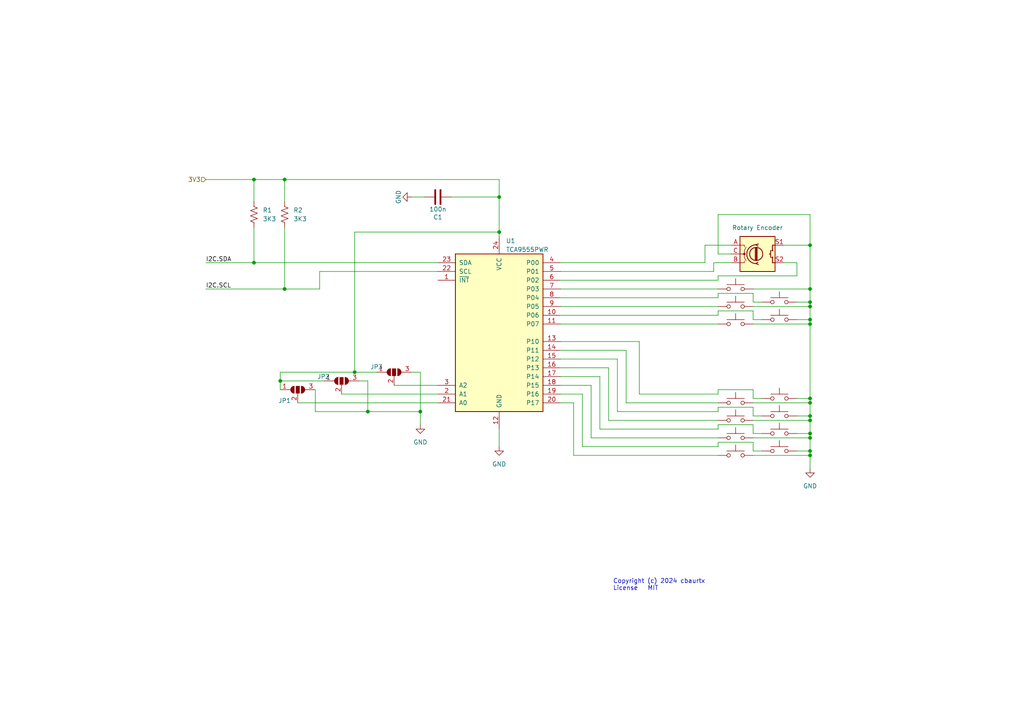
<source format=kicad_sch>
(kicad_sch (version 20230121) (generator eeschema)
  (paper "A4")
  (title_block (title "rot_btn_i2c") (date "2024-05-11") (rev "1.0") (comment 1 "Rotary encoder and key interface for ESP32-S3  using TCA9555 port expander"))
  (lib_symbols
    (symbol "Device:C" (pin_numbers hide) (pin_names (offset 0.254))
      (property "Reference" "C" (at 0.635 2.54 0))
      (property "Value" "C" (at 0.635 -2.54 0))
      (symbol "C_0_1"
        (polyline (pts (xy -2.032 -0.762) (xy 2.032 -0.762)) (stroke (width 0.508)))
        (polyline (pts (xy -2.032 0.762) (xy 2.032 0.762)) (stroke (width 0.508)))
      )
      (symbol "C_1_1"
        (pin passive line (at 0 3.81 270) (length 2.794) (name "~") (number "1"))
        (pin passive line (at 0 -3.81 90) (length 2.794) (name "~") (number "2"))
      )
    )
    (symbol "Device:R_US" (pin_numbers hide) (pin_names (offset 0))
      (property "Reference" "R" (at 2.54 0 90))
      (property "Value" "R_US" (at -2.54 0 90))
      (symbol "R_US_0_1"
        (polyline (pts (xy 0 -2.286) (xy 0 -2.54)))
        (polyline (pts (xy 0 2.286) (xy 0 2.54)))
        (polyline (pts (xy 0 -0.762) (xy 1.016 -1.143) (xy 0 -1.524) (xy -1.016 -1.905) (xy 0 -2.286)))
        (polyline (pts (xy 0 0.762) (xy 1.016 0.381) (xy 0 0) (xy -1.016 -0.381) (xy 0 -0.762)))
        (polyline (pts (xy 0 2.286) (xy 1.016 1.905) (xy 0 1.524) (xy -1.016 1.143) (xy 0 0.762)))
      )
      (symbol "R_US_1_1"
        (pin passive line (at 0 3.81 270) (length 1.27) (name "~") (number "1"))
        (pin passive line (at 0 -3.81 90) (length 1.27) (name "~") (number "2"))
      )
    )
    (symbol "Device:RotaryEncoder_Switch" (pin_names (offset 0.254) hide)
      (property "Reference" "SW" (at 0 6.604 0))
      (property "Value" "RotaryEncoder_Switch" (at 0 -6.604 0))
      (symbol "RotaryEncoder_Switch_0_1"
        (rectangle (start -5.08 5.08) (end 5.08 -5.08) (stroke (width 0.254)) (fill (type background)))
        (circle (center -3.81 0) (radius 0.254) (fill (type outline)))
        (circle (center -0.381 0) (radius 1.905) (stroke (width 0.254)))
        (arc (start -0.381 2.667) (mid -3.0988 -0.0635) (end -0.381 -2.794) (stroke (width 0.254)))
        (polyline (pts (xy -0.635 -1.778) (xy -0.635 1.778)) (stroke (width 0.254)))
        (polyline (pts (xy -0.381 -1.778) (xy -0.381 1.778)) (stroke (width 0.254)))
        (polyline (pts (xy -0.127 1.778) (xy -0.127 -1.778)) (stroke (width 0.254)))
        (polyline (pts (xy 3.81 0) (xy 3.429 0)) (stroke (width 0.254)))
        (polyline (pts (xy 3.81 1.016) (xy 3.81 -1.016)) (stroke (width 0.254)))
        (polyline (pts (xy -5.08 -2.54) (xy -3.81 -2.54) (xy -3.81 -2.032)))
        (polyline (pts (xy -5.08 2.54) (xy -3.81 2.54) (xy -3.81 2.032)))
        (polyline (pts (xy 0.254 -3.048) (xy -0.508 -2.794) (xy 0.127 -2.413)) (stroke (width 0.254)))
        (polyline (pts (xy 0.254 2.921) (xy -0.508 2.667) (xy 0.127 2.286)) (stroke (width 0.254)))
        (polyline (pts (xy 5.08 -2.54) (xy 4.318 -2.54) (xy 4.318 -1.016)) (stroke (width 0.254)))
        (polyline (pts (xy 5.08 2.54) (xy 4.318 2.54) (xy 4.318 1.016)) (stroke (width 0.254)))
        (polyline (pts (xy -5.08 0) (xy -3.81 0) (xy -3.81 -1.016) (xy -3.302 -2.032)))
        (polyline (pts (xy -4.318 0) (xy -3.81 0) (xy -3.81 1.016) (xy -3.302 2.032)))
        (circle (center 4.318 -1.016) (radius 0.127) (stroke (width 0.254)))
        (circle (center 4.318 1.016) (radius 0.127) (stroke (width 0.254)))
      )
      (symbol "RotaryEncoder_Switch_1_1"
        (pin passive line (at -7.62 2.54 0) (length 2.54) (name "A") (number "A"))
        (pin passive line (at -7.62 -2.54 0) (length 2.54) (name "B") (number "B"))
        (pin passive line (at -7.62 0 0) (length 2.54) (name "C") (number "C"))
        (pin passive line (at 7.62 2.54 180) (length 2.54) (name "S1") (number "S1"))
        (pin passive line (at 7.62 -2.54 180) (length 2.54) (name "S2") (number "S2"))
      )
    )
    (symbol "Interface_Expansion:TCA9555PWR" (pin_names (offset 1.016))
      (property "Reference" "U" (at -11.43 24.13 0))
      (property "Value" "TCA9555PWR" (at 0 0 0))
      (symbol "TCA9555PWR_0_1"
        (rectangle (start -12.7 22.86) (end 12.7 -22.86) (stroke (width 0.254)) (fill (type background)))
      )
      (symbol "TCA9555PWR_1_1"
        (pin open_collector line (at -17.78 15.24 0) (length 5.08) (name "~{INT}") (number "1"))
        (pin bidirectional line (at 17.78 5.08 180) (length 5.08) (name "P06") (number "10"))
        (pin bidirectional line (at 17.78 2.54 180) (length 5.08) (name "P07") (number "11"))
        (pin power_in line (at 0 -27.94 90) (length 5.08) (name "GND") (number "12"))
        (pin bidirectional line (at 17.78 -2.54 180) (length 5.08) (name "P10") (number "13"))
        (pin bidirectional line (at 17.78 -5.08 180) (length 5.08) (name "P11") (number "14"))
        (pin bidirectional line (at 17.78 -7.62 180) (length 5.08) (name "P12") (number "15"))
        (pin bidirectional line (at 17.78 -10.16 180) (length 5.08) (name "P13") (number "16"))
        (pin bidirectional line (at 17.78 -12.7 180) (length 5.08) (name "P14") (number "17"))
        (pin bidirectional line (at 17.78 -15.24 180) (length 5.08) (name "P15") (number "18"))
        (pin bidirectional line (at 17.78 -17.78 180) (length 5.08) (name "P16") (number "19"))
        (pin input line (at -17.78 -17.78 0) (length 5.08) (name "A1") (number "2"))
        (pin bidirectional line (at 17.78 -20.32 180) (length 5.08) (name "P17") (number "20"))
        (pin input line (at -17.78 -20.32 0) (length 5.08) (name "A0") (number "21"))
        (pin input line (at -17.78 17.78 0) (length 5.08) (name "SCL") (number "22"))
        (pin bidirectional line (at -17.78 20.32 0) (length 5.08) (name "SDA") (number "23"))
        (pin power_in line (at 0 27.94 270) (length 5.08) (name "VCC") (number "24"))
        (pin input line (at -17.78 -15.24 0) (length 5.08) (name "A2") (number "3"))
        (pin bidirectional line (at 17.78 20.32 180) (length 5.08) (name "P00") (number "4"))
        (pin bidirectional line (at 17.78 17.78 180) (length 5.08) (name "P01") (number "5"))
        (pin bidirectional line (at 17.78 15.24 180) (length 5.08) (name "P02") (number "6"))
        (pin bidirectional line (at 17.78 12.7 180) (length 5.08) (name "P03") (number "7"))
        (pin bidirectional line (at 17.78 10.16 180) (length 5.08) (name "P04") (number "8"))
        (pin bidirectional line (at 17.78 7.62 180) (length 5.08) (name "P05") (number "9"))
      )
    )
    (symbol "Jumper:SolderJumper_3_Open" (pin_names (offset 0) hide)
      (property "Reference" "JP" (at -2.54 -2.54 0))
      (property "Value" "SolderJumper_3_Open" (at 0 2.794 0))
      (symbol "SolderJumper_3_Open_0_1"
        (arc (start -1.016 1.016) (mid -2.0276 0) (end -1.016 -1.016))
        (arc (start -1.016 1.016) (mid -2.0276 0) (end -1.016 -1.016) (fill (type outline)))
        (rectangle (start -0.508 1.016) (end 0.508 -1.016) (fill (type outline)))
        (polyline (pts (xy -2.54 0) (xy -2.032 0)))
        (polyline (pts (xy -1.016 1.016) (xy -1.016 -1.016)))
        (polyline (pts (xy 0 -1.27) (xy 0 -1.016)))
        (polyline (pts (xy 1.016 1.016) (xy 1.016 -1.016)))
        (polyline (pts (xy 2.54 0) (xy 2.032 0)))
        (arc (start 1.016 -1.016) (mid 2.0276 0) (end 1.016 1.016))
        (arc (start 1.016 -1.016) (mid 2.0276 0) (end 1.016 1.016) (fill (type outline)))
      )
      (symbol "SolderJumper_3_Open_1_1"
        (pin passive line (at -5.08 0 0) (length 2.54) (name "A") (number "1"))
        (pin passive line (at 0 -3.81 90) (length 2.54) (name "C") (number "2"))
        (pin passive line (at 5.08 0 180) (length 2.54) (name "B") (number "3"))
      )
    )
    (symbol "Switch:SW_Push" (pin_numbers hide) (pin_names (offset 1.016) hide)
      (property "Reference" "SW" (at 1.27 2.54 0))
      (property "Value" "SW_Push" (at 0 -1.524 0))
      (symbol "SW_Push_0_1"
        (circle (center -2.032 0) (radius 0.508))
        (polyline (pts (xy 0 1.27) (xy 0 3.048)))
        (polyline (pts (xy 2.54 1.27) (xy -2.54 1.27)))
        (circle (center 2.032 0) (radius 0.508))
        (pin passive line (at -5.08 0 0) (length 2.54) (name "1") (number "1"))
        (pin passive line (at 5.08 0 180) (length 2.54) (name "2") (number "2"))
      )
    )
    (symbol "power:GND" (power) (pin_names (offset 0))
      (property "Value" "GND" (at 0 -3.81 0))
      (symbol "GND_0_1"
        (polyline (pts (xy 0 0) (xy 0 -1.27) (xy 1.27 -1.27) (xy 0 -2.54) (xy -1.27 -1.27) (xy 0 -1.27)))
      )
      (symbol "GND_1_1"
        (pin power_in line (at 0 0 270) (length 0) hide (name "GND") (number "1"))
      )
    )
  )
  (junction (at 234.95 116.84))
  (junction (at 234.95 127))
  (junction (at 234.95 132.08))
  (junction (at 234.95 83.82))
  (junction (at 234.95 87.63))
  (junction (at 82.55 52.07))
  (junction (at 81.28 110.49))
  (junction (at 73.66 76.2))
  (junction (at 234.95 120.65))
  (junction (at 106.68 119.38))
  (junction (at 234.95 71.12))
  (junction (at 234.95 93.98))
  (junction (at 234.95 125.73))
  (junction (at 234.95 92.71))
  (junction (at 234.95 121.92))
  (junction (at 234.95 88.9))
  (junction (at 102.87 107.95))
  (junction (at 234.95 115.57))
  (junction (at 121.92 119.38))
  (junction (at 73.66 52.07))
  (junction (at 144.78 57.15))
  (junction (at 144.78 67.31))
  (junction (at 234.95 130.81))
  (junction (at 82.55 83.82))
  (wire (pts (xy 218.44 92.71) (xy 220.98 92.71)))
  (wire (pts (xy 81.28 110.49) (xy 93.98 110.49)))
  (wire (pts (xy 82.55 52.07) (xy 82.55 58.42)))
  (wire (pts (xy 173.99 109.22) (xy 173.99 124.46)))
  (wire (pts (xy 212.09 71.12) (xy 204.47 71.12)))
  (wire (pts (xy 218.44 120.65) (xy 220.98 120.65)))
  (wire (pts (xy 208.28 129.54) (xy 208.28 128.27)))
  (wire (pts (xy 218.44 132.08) (xy 234.95 132.08)))
  (wire (pts (xy 104.14 110.49) (xy 106.68 110.49)))
  (wire (pts (xy 119.38 107.95) (xy 121.92 107.95)))
  (wire (pts (xy 218.44 125.73) (xy 220.98 125.73)))
  (wire (pts (xy 234.95 116.84) (xy 234.95 120.65)))
  (wire (pts (xy 234.95 127) (xy 234.95 130.81)))
  (wire (pts (xy 144.78 52.07) (xy 144.78 57.15)))
  (wire (pts (xy 82.55 66.04) (xy 82.55 83.82)))
  (wire (pts (xy 73.66 66.04) (xy 73.66 76.2)))
  (wire (pts (xy 218.44 118.11) (xy 218.44 120.65)))
  (wire (pts (xy 208.28 128.27) (xy 218.44 128.27)))
  (wire (pts (xy 82.55 83.82) (xy 92.71 83.82)))
  (wire (pts (xy 234.95 92.71) (xy 231.14 92.71)))
  (wire (pts (xy 162.56 78.74) (xy 207.01 78.74)))
  (wire (pts (xy 171.45 127) (xy 208.28 127)))
  (wire (pts (xy 208.28 73.66) (xy 208.28 62.23)))
  (wire (pts (xy 162.56 111.76) (xy 171.45 111.76)))
  (wire (pts (xy 166.37 116.84) (xy 166.37 132.08)))
  (wire (pts (xy 234.95 93.98) (xy 234.95 115.57)))
  (wire (pts (xy 234.95 71.12) (xy 234.95 83.82)))
  (wire (pts (xy 59.69 83.82) (xy 82.55 83.82)))
  (wire (pts (xy 81.28 107.95) (xy 81.28 110.49)))
  (wire (pts (xy 162.56 86.36) (xy 208.28 86.36)))
  (wire (pts (xy 208.28 118.11) (xy 218.44 118.11)))
  (wire (pts (xy 86.36 116.84) (xy 127 116.84)))
  (wire (pts (xy 218.44 115.57) (xy 220.98 115.57)))
  (wire (pts (xy 162.56 93.98) (xy 208.28 93.98)))
  (wire (pts (xy 208.28 91.44) (xy 208.28 90.17)))
  (wire (pts (xy 234.95 93.98) (xy 234.95 92.71)))
  (wire (pts (xy 130.81 57.15) (xy 144.78 57.15)))
  (wire (pts (xy 218.44 83.82) (xy 234.95 83.82)))
  (wire (pts (xy 218.44 85.09) (xy 218.44 87.63)))
  (wire (pts (xy 212.09 76.2) (xy 207.01 76.2)))
  (wire (pts (xy 114.3 111.76) (xy 127 111.76)))
  (wire (pts (xy 92.71 78.74) (xy 92.71 83.82)))
  (wire (pts (xy 218.44 113.03) (xy 218.44 115.57)))
  (wire (pts (xy 144.78 124.46) (xy 144.78 129.54)))
  (wire (pts (xy 207.01 76.2) (xy 207.01 78.74)))
  (wire (pts (xy 162.56 101.6) (xy 181.61 101.6)))
  (wire (pts (xy 218.44 123.19) (xy 218.44 125.73)))
  (wire (pts (xy 208.28 62.23) (xy 234.95 62.23)))
  (wire (pts (xy 204.47 71.12) (xy 204.47 76.2)))
  (wire (pts (xy 121.92 107.95) (xy 121.92 119.38)))
  (wire (pts (xy 166.37 132.08) (xy 208.28 132.08)))
  (wire (pts (xy 92.71 78.74) (xy 127 78.74)))
  (wire (pts (xy 162.56 83.82) (xy 208.28 83.82)))
  (wire (pts (xy 218.44 128.27) (xy 218.44 130.81)))
  (wire (pts (xy 218.44 87.63) (xy 220.98 87.63)))
  (wire (pts (xy 106.68 110.49) (xy 106.68 119.38)))
  (wire (pts (xy 185.42 99.06) (xy 162.56 99.06)))
  (wire (pts (xy 73.66 52.07) (xy 82.55 52.07)))
  (wire (pts (xy 144.78 67.31) (xy 102.87 67.31)))
  (wire (pts (xy 102.87 107.95) (xy 109.22 107.95)))
  (wire (pts (xy 59.69 76.2) (xy 73.66 76.2)))
  (wire (pts (xy 212.09 73.66) (xy 208.28 73.66)))
  (wire (pts (xy 208.28 86.36) (xy 208.28 85.09)))
  (wire (pts (xy 162.56 106.68) (xy 176.53 106.68)))
  (wire (pts (xy 234.95 121.92) (xy 234.95 125.73)))
  (wire (pts (xy 234.95 132.08) (xy 234.95 130.81)))
  (wire (pts (xy 123.19 57.15) (xy 119.38 57.15)))
  (wire (pts (xy 99.06 114.3) (xy 127 114.3)))
  (wire (pts (xy 106.68 119.38) (xy 121.92 119.38)))
  (wire (pts (xy 234.95 116.84) (xy 234.95 115.57)))
  (wire (pts (xy 144.78 67.31) (xy 144.78 68.58)))
  (wire (pts (xy 176.53 121.92) (xy 208.28 121.92)))
  (wire (pts (xy 181.61 101.6) (xy 181.61 116.84)))
  (wire (pts (xy 208.28 119.38) (xy 208.28 118.11)))
  (wire (pts (xy 231.14 76.2) (xy 227.33 76.2)))
  (wire (pts (xy 218.44 90.17) (xy 218.44 92.71)))
  (wire (pts (xy 173.99 124.46) (xy 208.28 124.46)))
  (wire (pts (xy 208.28 80.01) (xy 231.14 80.01)))
  (wire (pts (xy 162.56 81.28) (xy 208.28 81.28)))
  (wire (pts (xy 91.44 119.38) (xy 106.68 119.38)))
  (wire (pts (xy 81.28 107.95) (xy 102.87 107.95)))
  (wire (pts (xy 234.95 120.65) (xy 231.14 120.65)))
  (wire (pts (xy 208.28 123.19) (xy 218.44 123.19)))
  (wire (pts (xy 91.44 113.03) (xy 91.44 119.38)))
  (wire (pts (xy 227.33 71.12) (xy 234.95 71.12)))
  (wire (pts (xy 218.44 116.84) (xy 234.95 116.84)))
  (wire (pts (xy 208.28 85.09) (xy 218.44 85.09)))
  (wire (pts (xy 234.95 87.63) (xy 231.14 87.63)))
  (wire (pts (xy 218.44 130.81) (xy 220.98 130.81)))
  (wire (pts (xy 234.95 121.92) (xy 234.95 120.65)))
  (wire (pts (xy 168.91 129.54) (xy 208.28 129.54)))
  (wire (pts (xy 102.87 67.31) (xy 102.87 107.95)))
  (wire (pts (xy 162.56 109.22) (xy 173.99 109.22)))
  (wire (pts (xy 234.95 132.08) (xy 234.95 135.89)))
  (wire (pts (xy 218.44 127) (xy 234.95 127)))
  (wire (pts (xy 208.28 113.03) (xy 218.44 113.03)))
  (wire (pts (xy 234.95 62.23) (xy 234.95 71.12)))
  (wire (pts (xy 82.55 52.07) (xy 144.78 52.07)))
  (wire (pts (xy 162.56 88.9) (xy 208.28 88.9)))
  (wire (pts (xy 162.56 76.2) (xy 204.47 76.2)))
  (wire (pts (xy 218.44 88.9) (xy 234.95 88.9)))
  (wire (pts (xy 234.95 83.82) (xy 234.95 87.63)))
  (wire (pts (xy 208.28 90.17) (xy 218.44 90.17)))
  (wire (pts (xy 218.44 121.92) (xy 234.95 121.92)))
  (wire (pts (xy 168.91 114.3) (xy 168.91 129.54)))
  (wire (pts (xy 179.07 104.14) (xy 179.07 119.38)))
  (wire (pts (xy 234.95 127) (xy 234.95 125.73)))
  (wire (pts (xy 185.42 114.3) (xy 185.42 99.06)))
  (wire (pts (xy 234.95 125.73) (xy 231.14 125.73)))
  (wire (pts (xy 162.56 104.14) (xy 179.07 104.14)))
  (wire (pts (xy 81.28 110.49) (xy 81.28 113.03)))
  (wire (pts (xy 231.14 80.01) (xy 231.14 76.2)))
  (wire (pts (xy 162.56 114.3) (xy 168.91 114.3)))
  (wire (pts (xy 185.42 114.3) (xy 208.28 114.3)))
  (wire (pts (xy 162.56 91.44) (xy 208.28 91.44)))
  (wire (pts (xy 179.07 119.38) (xy 208.28 119.38)))
  (wire (pts (xy 162.56 116.84) (xy 166.37 116.84)))
  (wire (pts (xy 208.28 81.28) (xy 208.28 80.01)))
  (wire (pts (xy 234.95 88.9) (xy 234.95 87.63)))
  (wire (pts (xy 176.53 106.68) (xy 176.53 121.92)))
  (wire (pts (xy 181.61 116.84) (xy 208.28 116.84)))
  (wire (pts (xy 73.66 76.2) (xy 127 76.2)))
  (wire (pts (xy 208.28 114.3) (xy 208.28 113.03)))
  (wire (pts (xy 121.92 119.38) (xy 121.92 123.19)))
  (wire (pts (xy 234.95 115.57) (xy 231.14 115.57)))
  (wire (pts (xy 234.95 88.9) (xy 234.95 92.71)))
  (wire (pts (xy 218.44 93.98) (xy 234.95 93.98)))
  (wire (pts (xy 144.78 57.15) (xy 144.78 67.31)))
  (wire (pts (xy 171.45 111.76) (xy 171.45 127)))
  (wire (pts (xy 73.66 58.42) (xy 73.66 52.07)))
  (wire (pts (xy 208.28 124.46) (xy 208.28 123.19)))
  (wire (pts (xy 234.95 130.81) (xy 231.14 130.81)))
  (wire (pts (xy 59.69 52.07) (xy 73.66 52.07)))
  (text "Copyright (c) 2024 cbaurtx\nLicense   MIT" (at 177.8 171.45 0) (effects (font (size 1.27 1.27)) (justify left bottom)))
  (label "I2C.SCL" (at 59.69 83.82 0))
  (label "I2C.SDA" (at 59.69 76.2 0))
  (hierarchical_label "3V3" (shape input) (at 59.69 52.07 180))
  (symbol (lib_id "power:GND") (at 119.38 57.15 270) (unit 1)
    (property "Reference" "#PWR0708" (effects hide))
    (property "Value" "GND" (at 115.57 57.15 0))
  )
  (symbol (lib_id "Switch:SW_Push") (at 213.36 88.9 0) (unit 1)
    (property "Reference" "SW111" (effects hide))
    (property "Value" "SW_Push" (effects hide))
  )
  (symbol (lib_id "Interface_Expansion:TCA9555PWR") (at 144.78 96.52 0) (unit 1)
    (property "Reference" "U1" (at 146.7359 69.85 0) (effects (justify left)))
    (property "Value" "TCA9555PWR" (at 146.7359 72.39 0) (effects (justify left)))
    (property "Footprint" "Package_SO:TSSOP-24_4.4x7.8mm_P0.65mm" (effects hide))
    (property "Datasheet" "http://www.ti.com/lit/ds/symlink/tca9555.pdf" (effects hide))
    (property "LCSC" "C465732" (effects hide))
    (property "LCSC_E" "B" (effects hide))
  )
  (symbol (lib_id "Switch:SW_Push") (at 226.06 115.57 0) (unit 1)
    (property "Reference" "SW109" (effects hide))
    (property "Value" "SW_Push" (effects hide))
  )
  (symbol (lib_id "Switch:SW_Push") (at 226.06 130.81 0) (unit 1)
    (property "Reference" "SW103" (effects hide))
    (property "Value" "SW_Push" (effects hide))
  )
  (symbol (lib_id "Jumper:SolderJumper_3_Open") (at 86.36 113.03 0) (unit 1)
    (property "Reference" "JP1" (at 82.55 116.205 0))
    (property "Value" "SolderJumper_3_Open" (effects hide))
    (property "Footprint" "Jumper:SolderJumper-3_P1.3mm_Open_RoundedPad1.0x1.5mm" (effects hide))
  )
  (symbol (lib_id "power:GND") (at 121.92 123.19 0) (unit 1)
    (property "Reference" "#PWR0709" (effects hide))
    (property "Value" "GND" (at 121.92 128.27 0))
  )
  (symbol (lib_id "Device:RotaryEncoder_Switch") (at 219.71 73.66 0) (unit 1)
    (property "Reference" "SW101" (effects hide))
    (property "Value" "Rotary Encoder" (at 219.71 66.04 0))
  )
  (symbol (lib_id "Switch:SW_Push") (at 213.36 93.98 0) (unit 1)
    (property "Reference" "SW112" (effects hide))
    (property "Value" "SW_Push" (effects hide))
  )
  (symbol (lib_id "Switch:SW_Push") (at 226.06 120.65 0) (unit 1)
    (property "Reference" "SW110" (effects hide))
    (property "Value" "SW_Push" (effects hide))
  )
  (symbol (lib_id "Jumper:SolderJumper_3_Open") (at 99.06 110.49 0) (unit 1)
    (property "Reference" "JP2" (at 93.853 109.22 0))
    (property "Value" "SolderJumper_3_Open" (effects hide))
    (property "Footprint" "Jumper:SolderJumper-3_P1.3mm_Open_RoundedPad1.0x1.5mm" (effects hide))
  )
  (symbol (lib_id "Switch:SW_Push") (at 213.36 127 0) (unit 1)
    (property "Reference" "SW105" (effects hide))
    (property "Value" "SW_Push" (effects hide))
  )
  (symbol (lib_id "Jumper:SolderJumper_3_Open") (at 114.3 107.95 0) (unit 1)
    (property "Reference" "JP3" (at 109.22 106.426 0))
    (property "Value" "SolderJumper_3_Open" (effects hide))
    (property "Footprint" "Jumper:SolderJumper-3_P1.3mm_Open_RoundedPad1.0x1.5mm" (effects hide))
  )
  (symbol (lib_id "Switch:SW_Push") (at 213.36 121.92 0) (unit 1)
    (property "Reference" "SW108" (effects hide))
    (property "Value" "SW_Push" (effects hide))
  )
  (symbol (lib_id "Switch:SW_Push") (at 213.36 116.84 0) (unit 1)
    (property "Reference" "SW107" (effects hide))
    (property "Value" "SW_Push" (effects hide))
  )
  (symbol (lib_id "Switch:SW_Push") (at 226.06 87.63 0) (unit 1)
    (property "Reference" "SW115" (effects hide))
    (property "Value" "SW_Push" (effects hide))
  )
  (symbol (lib_id "Device:R_US") (at 82.55 62.23 0) (unit 1)
    (property "Reference" "R2" (at 85.09 60.96 0) (effects (justify left)))
    (property "Value" "3K3" (at 85.09 63.5 0) (effects (justify left)))
    (property "Footprint" "Resistor_SMD:R_0603_1608Metric" (effects hide))
    (property "LCSC" "C25803" (effects hide))
    (property "LCSC_E" "B" (effects hide))
  )
  (symbol (lib_id "Switch:SW_Push") (at 213.36 132.08 0) (unit 1)
    (property "Reference" "SW104" (effects hide))
    (property "Value" "SW_Push" (effects hide))
  )
  (symbol (lib_id "Device:R_US") (at 73.66 62.23 0) (unit 1)
    (property "Reference" "R1" (at 76.2 60.96 0) (effects (justify left)))
    (property "Value" "3K3" (at 76.2 63.5 0) (effects (justify left)))
    (property "Footprint" "Resistor_SMD:R_0603_1608Metric" (effects hide))
    (property "LCSC" "C25803" (effects hide))
    (property "LCSC_E" "B" (effects hide))
  )
  (symbol (lib_id "power:GND") (at 234.95 135.89 0) (unit 1)
    (property "Reference" "#PWR0707" (effects hide))
    (property "Value" "GND" (at 234.95 140.97 0))
  )
  (symbol (lib_id "Switch:SW_Push") (at 226.06 92.71 0) (unit 1)
    (property "Reference" "SW116" (effects hide))
    (property "Value" "SW_Push" (effects hide))
  )
  (symbol (lib_id "Switch:SW_Push") (at 226.06 125.73 0) (unit 1)
    (property "Reference" "SW106" (effects hide))
    (property "Value" "SW_Push" (effects hide))
  )
  (symbol (lib_id "power:GND") (at 144.78 129.54 0) (unit 1)
    (property "Reference" "#PWR0705" (effects hide))
    (property "Value" "GND" (at 144.78 134.62 0))
  )
  (symbol (lib_id "Device:C") (at 127 57.15 90) (unit 1)
    (property "Reference" "C1" (at 127 62.992 90))
    (property "Value" "100n" (at 127 60.706 90))
    (property "Footprint" "Capacitor_SMD:C_0603_1608Metric" (effects hide))
    (property "LCSC" "C14663" (effects hide))
    (property "LCSC_E" "B" (effects hide))
  )
  (symbol (lib_id "Switch:SW_Push") (at 213.36 83.82 0) (unit 1)
    (property "Reference" "SW102" (effects hide))
    (property "Value" "SW_Push" (effects hide))
  )
)
</source>
